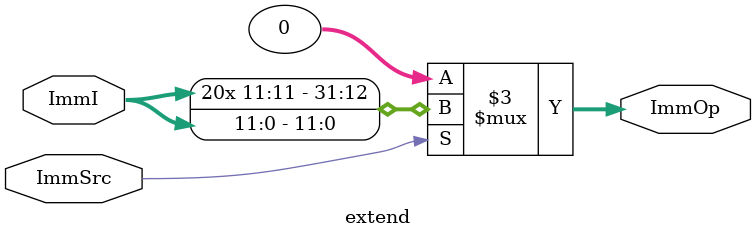
<source format=sv>
module extend #(
    parameter DATA_WIDTH = 32
) (
    input logic [11:0] ImmI,
    input logic  ImmSrc,
    output logic [DATA_WIDTH-1:0] ImmOp
);

always_comb begin
    case (ImmSrc)
        1'b1: ImmOp = {{20{ImmI[11]}}, ImmI[11:0]};
        default: ImmOp = 32'b0;
    endcase
end

endmodule

</source>
